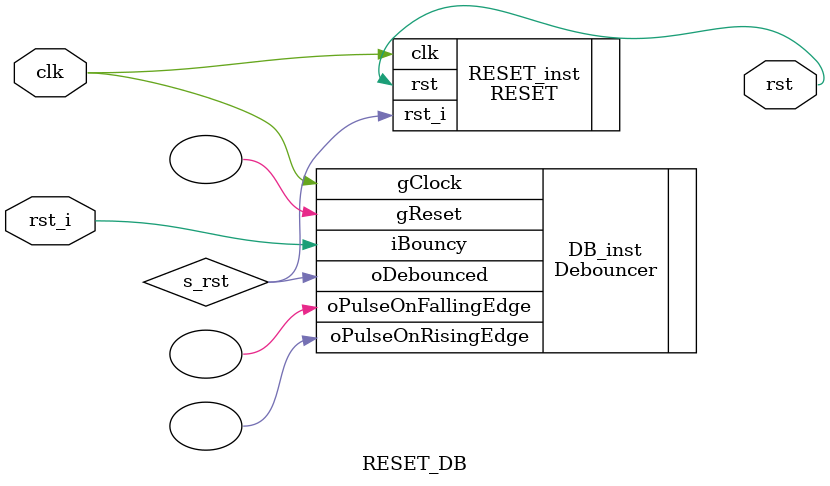
<source format=v>
module RESET_DB(
	input	clk,
	input	rst_i,
	output	rst
);

	wire	s_rst;

RESET RESET_inst(
	.clk(clk),
	.rst_i(s_rst),
	.rst(rst) );

Debouncer DB_inst(
	.gClock(clk),
	.gReset(),
	.iBouncy(rst_i),
	.oDebounced(s_rst),
	.oPulseOnRisingEdge(),
	.oPulseOnFallingEdge() );

endmodule
</source>
